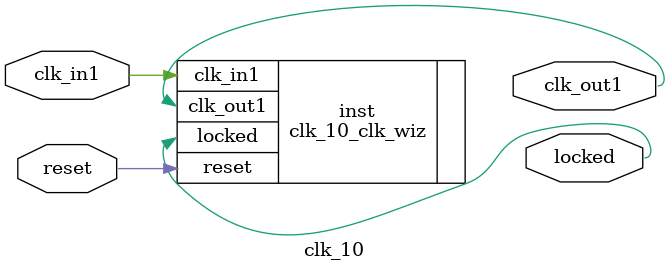
<source format=v>


`timescale 1ps/1ps

(* CORE_GENERATION_INFO = "clk_10,clk_wiz_v6_0_15_0_0,{component_name=clk_10,use_phase_alignment=true,use_min_o_jitter=false,use_max_i_jitter=false,use_dyn_phase_shift=false,use_inclk_switchover=false,use_dyn_reconfig=false,enable_axi=0,feedback_source=FDBK_AUTO,PRIMITIVE=MMCM,num_out_clk=1,clkin1_period=10.000,clkin2_period=10.000,use_power_down=false,use_reset=true,use_locked=true,use_inclk_stopped=false,feedback_type=SINGLE,CLOCK_MGR_TYPE=NA,manual_override=false}" *)

module clk_10 
 (
  // Clock out ports
  output        clk_out1,
  // Status and control signals
  input         reset,
  output        locked,
 // Clock in ports
  input         clk_in1
 );

  clk_10_clk_wiz inst
  (
  // Clock out ports  
  .clk_out1(clk_out1),
  // Status and control signals               
  .reset(reset), 
  .locked(locked),
 // Clock in ports
  .clk_in1(clk_in1)
  );

endmodule

</source>
